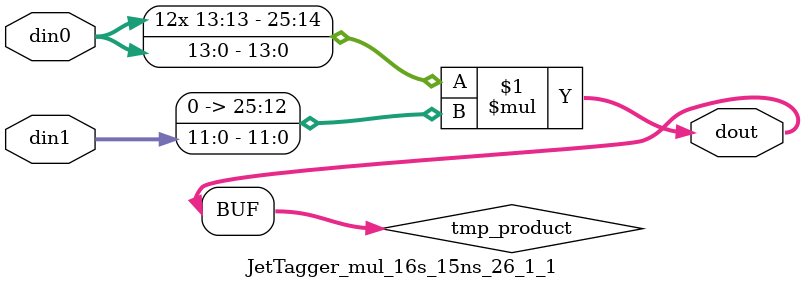
<source format=v>

`timescale 1 ns / 1 ps

  module JetTagger_mul_16s_15ns_26_1_1(din0, din1, dout);
parameter ID = 1;
parameter NUM_STAGE = 0;
parameter din0_WIDTH = 14;
parameter din1_WIDTH = 12;
parameter dout_WIDTH = 26;

input [din0_WIDTH - 1 : 0] din0; 
input [din1_WIDTH - 1 : 0] din1; 
output [dout_WIDTH - 1 : 0] dout;

wire signed [dout_WIDTH - 1 : 0] tmp_product;












assign tmp_product = $signed(din0) * $signed({1'b0, din1});









assign dout = tmp_product;







endmodule

</source>
